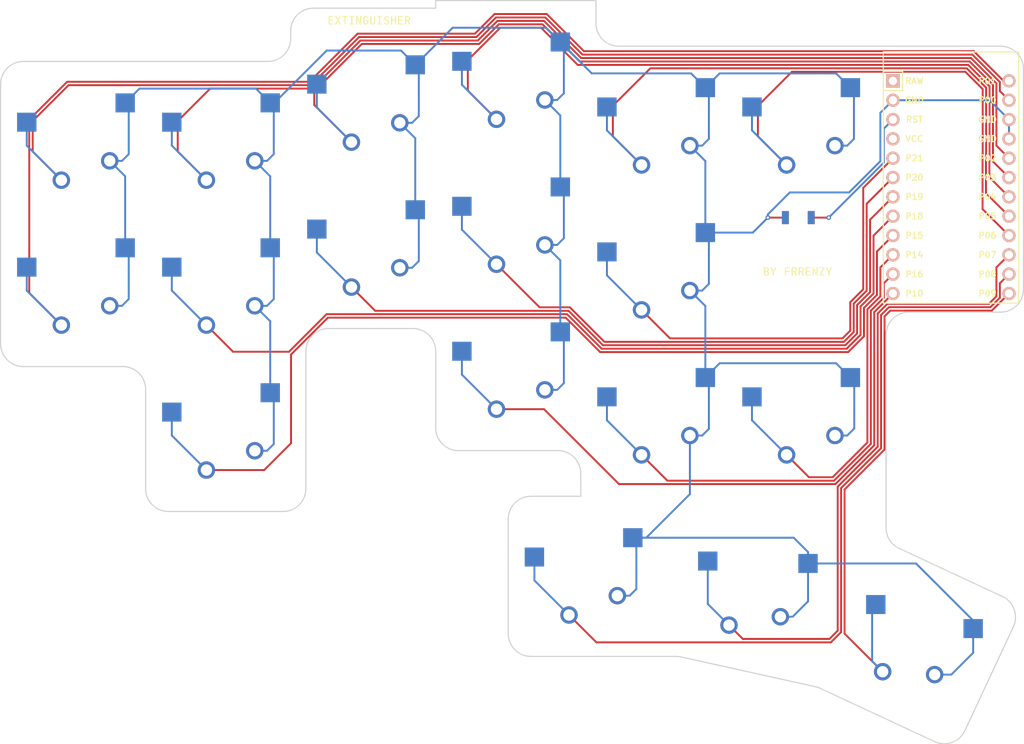
<source format=kicad_pcb>
(kicad_pcb (version 20211014) (generator pcbnew)
  (title_block (title "lol") (rev "v1.0.0") (company "Unknown"))
  (layers (0 "F.Cu" signal) (31 "B.Cu" signal) (34 "B.Paste" user) (35 "F.Paste" user) (36 "B.SilkS" user "B.Silkscreen") (37 "F.SilkS" user "F.Silkscreen") (38 "B.Mask" user) (39 "F.Mask" user) (44 "Edge.Cuts" user))
  (net 0 "")
  (net 1 "P1")
  (net 2 "GND")
  (net 3 "P0")
  (net 4 "P15")
  (net 5 "P18")
  (net 6 "P2")
  (net 7 "P19")
  (net 8 "P3")
  (net 9 "P10")
  (net 10 "P20")
  (net 11 "P4")
  (net 12 "P16")
  (net 13 "P21")
  (net 14 "P5")
  (net 15 "P14")
  (net 16 "P6")
  (net 17 "P8")
  (net 18 "P7")
  (net 19 "P9")
  (net 20 "RAW")
  (net 21 "RST")
  (net 22 "VCC")
  (footprint "MX" (layer "F.Cu") (at 38.1 0 180)
    (fp_text reference "S8" hide)
    (fp_text value "" hide)
  )
  (footprint "Button_Switch_SMD:SW_SPST_B3U-1000P" (layer "F.Cu") (at 113.3 -9.05)
    (fp_text reference "")
    (fp_text value "")
  )
  (footprint "MX" (layer "F.Cu") (at 76.2 11.05 180)
    (fp_text reference "S16" hide)
    (fp_text value "" hide)
  )
  (footprint "MX" (layer "F.Cu") (at 95.25 17.05)
    (fp_text reference "S21" hide)
    (fp_text value "" hide)
  )
  (footprint "MX" (layer "F.Cu") (at 85.725 38.1)
    (fp_text reference "S31" hide)
    (fp_text value "" hide)
  )
  (footprint "MX" (layer "F.Cu") (at 114.3 -21.05 180)
    (fp_text reference "S30" hide)
    (fp_text value "" hide)
  )
  (footprint "MX" (layer "F.Cu") (at 85.725 38.1 180)
    (fp_text reference "S32" hide)
    (fp_text value "" hide)
  )
  (footprint "MX" (layer "F.Cu") (at 95.25 -21.05)
    (fp_text reference "S25" hide)
    (fp_text value "" hide)
  )
  (footprint "MX" (layer "F.Cu") (at 38.1 0)
    (fp_text reference "S7" hide)
    (fp_text value "" hide)
  )
  (footprint "MX" (layer "F.Cu") (at 19.05 -19.05 180)
    (fp_text reference "S4" hide)
    (fp_text value "" hide)
  )
  (footprint "MX" (layer "F.Cu") (at 76.2 -8 180)
    (fp_text reference "S18" hide)
    (fp_text value "" hide)
  )
  (footprint "footprints:frrenzy" (layer "F.Cu") (at 113.25 -2)
    (fp_text reference "G***" hide)
    (fp_text value "LOGO" hide)
  )
  (footprint "MX" (layer "F.Cu") (at 107.775 40.1 -12.5)
    (fp_text reference "S33" hide)
    (fp_text value "" hide)
  )
  (footprint "MX" (layer "F.Cu") (at 95.25 -21.05 180)
    (fp_text reference "S26" hide)
    (fp_text value "" hide)
  )
  (footprint "MX" (layer "F.Cu") (at 57.15 -5 180)
    (fp_text reference "S12" hide)
    (fp_text value "" hide)
  )
  (footprint "MX" (layer "F.Cu") (at 57.15 -24.05)
    (fp_text reference "S13" hide)
    (fp_text value "" hide)
  )
  (footprint "MX" (layer "F.Cu") (at 114.3 -21.05)
    (fp_text reference "S29" hide)
    (fp_text value "" hide)
  )
  (footprint "footprints:extinguisher" (layer "F.Cu") (at 56.95 -35)
    (fp_text reference "G***" hide)
    (fp_text value "LOGO" hide)
  )
  (footprint "VIA-0.6mm" (layer "F.Cu") (at 109.3 -9.05)
    (fp_text reference "REF**" hide)
    (fp_text value "VIA-0.6mm" hide)
  )
  (footprint "MX" (layer "F.Cu") (at 114.3 17.05 180)
    (fp_text reference "S28" hide)
    (fp_text value "" hide)
  )
  (footprint "MX" (layer "F.Cu") (at 95.25 -2 180)
    (fp_text reference "S24" hide)
    (fp_text value "" hide)
  )
  (footprint "MX" (layer "F.Cu") (at 76.2 -27.05 180)
    (fp_text reference "S20" hide)
    (fp_text value "" hide)
  )
  (footprint "MX" (layer "F.Cu") (at 76.2 -27.05)
    (fp_text reference "S19" hide)
    (fp_text value "" hide)
  )
  (footprint "MX" (layer "F.Cu") (at 57.15 -5)
    (fp_text reference "S11" hide)
    (fp_text value "" hide)
  )
  (footprint "MX" (layer "F.Cu") (at 114.3 17.05)
    (fp_text reference "S27" hide)
    (fp_text value "" hide)
  )
  (footprint "MX" (layer "F.Cu") (at 95.25 -2)
    (fp_text reference "S23" hide)
    (fp_text value "" hide)
  )
  (footprint "MX" (layer "F.Cu") (at 76.2 -8)
    (fp_text reference "S17" hide)
    (fp_text value "" hide)
  )
  (footprint "MX" (layer "F.Cu") (at 38.1 19.05 180)
    (fp_text reference "S6" hide)
    (fp_text value "" hide)
  )
  (footprint "MX" (layer "F.Cu") (at 107.775 40.1 167.5)
    (fp_text reference "S34" hide)
    (fp_text value "" hide)
  )
  (footprint "MX" (layer "F.Cu") (at 76.2 11.05)
    (fp_text reference "S15" hide)
    (fp_text value "" hide)
  )
  (footprint "MX" (layer "F.Cu") (at 38.1 -19.05 180)
    (fp_text reference "S10" hide)
    (fp_text value "" hide)
  )
  (footprint "MX" (layer "F.Cu") (at 95.25 17.05 180)
    (fp_text reference "S22" hide)
    (fp_text value "" hide)
  )
  (footprint "MX" (layer "F.Cu") (at 128.825 47.1 155)
    (fp_text reference "S36" hide)
    (fp_text value "" hide)
  )
  (footprint "MX" (layer "F.Cu") (at 128.825 47.1 -25)
    (fp_text reference "S35" hide)
    (fp_text value "" hide)
  )
  (footprint "MX" (layer "F.Cu") (at 19.05 0)
    (fp_text reference "S1" hide)
    (fp_text value "" hide)
  )
  (footprint "MX" (layer "F.Cu") (at 19.05 0 180)
    (fp_text reference "S2" hide)
    (fp_text value "" hide)
  )
  (footprint "MX" (layer "F.Cu") (at 19.05 -19.05)
    (fp_text reference "S3" hide)
    (fp_text value "" hide)
  )
  (footprint "ProMicro" (layer "F.Cu") (at 133.35 -13.05 -90)
    (fp_text reference "MCU1" hide)
    (fp_text value "" hide)
  )
  (footprint "VIA-0.6mm" (layer "F.Cu") (at 117.3 -9.05)
    (fp_text reference "REF**" hide)
    (fp_text value "VIA-0.6mm" hide)
  )
  (footprint "MX" (layer "F.Cu") (at 38.1 -19.05)
    (fp_text reference "S9" hide)
    (fp_text value "" hide)
  )
  (footprint "MX" (layer "F.Cu") (at 38.1 19.05)
    (fp_text reference "S5" hide)
    (fp_text value "" hide)
  )
  (footprint "MX" (layer "F.Cu") (at 57.15 -24.05 180)
    (fp_text reference "S14" hide)
    (fp_text value "" hide)
  )
  (gr_line (start 116.180539 52.816843) (end 131.196909 59.819092) (layer "Edge.Cuts") (width 0.15))
  (gr_line (start 65.675 -37.575) (end 86.725 -37.575) (layer "Edge.Cuts") (width 0.15))
  (gr_line (start 68.675 21.575) (end 81.725 21.575) (layer "Edge.Cuts") (width 0.15))
  (gr_line (start 30.575 29.575) (end 45.625 29.575) (layer "Edge.Cuts") (width 0.15))
  (gr_arc (start 115.562003 52.606878) (mid 115.877003 52.694976) (end 116.180539 52.816843) (layer "Edge.Cuts") (width 0.15))
  (gr_line (start 86.725 -37.575) (end 86.725 -34.575) (layer "Edge.Cuts") (width 0.15))
  (gr_arc (start 46.625 -33.575) (mid 47.50368 -35.69632) (end 49.625 -36.575) (layer "Edge.Cuts") (width 0.15))
  (gr_line (start 11.525 10.525) (end 24.575 10.525) (layer "Edge.Cuts") (width 0.15))
  (gr_arc (start 24.575 10.525) (mid 26.69632 11.40368) (end 27.575 13.525) (layer "Edge.Cuts") (width 0.15))
  (gr_line (start 84.725 27.575) (end 84.725 24.575) (layer "Edge.Cuts") (width 0.15))
  (gr_arc (start 135.183688 58.368023) (mid 133.490825 59.919246) (end 131.196909 59.819092) (layer "Edge.Cuts") (width 0.15))
  (gr_arc (start 11.525 10.525) (mid 9.40368 9.64632) (end 8.525 7.525) (layer "Edge.Cuts") (width 0.15))
  (gr_arc (start 48.625 8.525) (mid 49.50368 6.40368) (end 51.625 5.525) (layer "Edge.Cuts") (width 0.15))
  (gr_arc (start 68.675 21.575) (mid 66.55368 20.69632) (end 65.675 18.575) (layer "Edge.Cuts") (width 0.15))
  (gr_line (start 11.525 -29.575) (end 43.625 -29.575) (layer "Edge.Cuts") (width 0.15))
  (gr_arc (start 142.875 0.375) (mid 141.99632 2.49632) (end 139.875 3.375) (layer "Edge.Cuts") (width 0.15))
  (gr_arc (start 48.625 26.575) (mid 47.74632 28.69632) (end 45.625 29.575) (layer "Edge.Cuts") (width 0.15))
  (gr_arc (start 8.525 -26.575) (mid 9.40368 -28.69632) (end 11.525 -29.575) (layer "Edge.Cuts") (width 0.15))
  (gr_arc (start 139.875 -31.575) (mid 141.99632 -30.69632) (end 142.875 -28.575) (layer "Edge.Cuts") (width 0.15))
  (gr_arc (start 126.557145 34.429429) (mid 125.294826 33.322405) (end 124.825 31.710506) (layer "Edge.Cuts") (width 0.15))
  (gr_line (start 27.575 26.575) (end 27.575 13.525) (layer "Edge.Cuts") (width 0.15))
  (gr_line (start 48.625 26.575) (end 48.625 8.525) (layer "Edge.Cuts") (width 0.15))
  (gr_line (start 135.183687 58.368023) (end 141.544092 44.728091) (layer "Edge.Cuts") (width 0.15))
  (gr_line (start 46.625 -32.575) (end 46.625 -33.575) (layer "Edge.Cuts") (width 0.15))
  (gr_arc (start 97.272355 48.625) (mid 97.598956 48.642831) (end 97.921674 48.696112) (layer "Edge.Cuts") (width 0.15))
  (gr_line (start 124.825 31.710506) (end 124.825 6.375) (layer "Edge.Cuts") (width 0.15))
  (gr_arc (start 124.825 6.375) (mid 125.70368 4.25368) (end 127.825 3.375) (layer "Edge.Cuts") (width 0.15))
  (gr_line (start 142.875 0.375) (end 142.875 -28.575) (layer "Edge.Cuts") (width 0.15))
  (gr_arc (start 75.2 30.575) (mid 76.07868 28.45368) (end 78.2 27.575) (layer "Edge.Cuts") (width 0.15))
  (gr_arc (start 78.2 48.625) (mid 76.07868 47.74632) (end 75.2 45.625) (layer "Edge.Cuts") (width 0.15))
  (gr_arc (start 46.625 -32.575) (mid 45.74632 -30.45368) (end 43.625 -29.575) (layer "Edge.Cuts") (width 0.15))
  (gr_line (start 65.675 18.575) (end 65.675 8.525) (layer "Edge.Cuts") (width 0.15))
  (gr_arc (start 140.093024 40.741313) (mid 141.644247 42.434176) (end 141.544092 44.728091) (layer "Edge.Cuts") (width 0.15))
  (gr_line (start 65.675 -36.575) (end 65.675 -37.575) (layer "Edge.Cuts") (width 0.15))
  (gr_arc (start 30.575 29.575) (mid 28.45368 28.69632) (end 27.575 26.575) (layer "Edge.Cuts") (width 0.15))
  (gr_arc (start 62.675 5.525) (mid 64.79632 6.40368) (end 65.675 8.525) (layer "Edge.Cuts") (width 0.15))
  (gr_line (start 75.2 45.625) (end 75.2 30.575) (layer "Edge.Cuts") (width 0.15))
  (gr_line (start 89.725 -31.575) (end 139.875 -31.575) (layer "Edge.Cuts") (width 0.15))
  (gr_line (start 51.625 5.525) (end 62.675 5.525) (layer "Edge.Cuts") (width 0.15))
  (gr_line (start 78.2 27.575) (end 84.725 27.575) (layer "Edge.Cuts") (width 0.15))
  (gr_arc (start 89.725 -31.575) (mid 87.60368 -32.45368) (end 86.725 -34.575) (layer "Edge.Cuts") (width 0.15))
  (gr_line (start 139.875 3.375) (end 127.825 3.375) (layer "Edge.Cuts") (width 0.15))
  (gr_line (start 78.2 48.625) (end 97.272355 48.625) (layer "Edge.Cuts") (width 0.15))
  (gr_line (start 49.625 -36.575) (end 65.675 -36.575) (layer "Edge.Cuts") (width 0.15))
  (gr_line (start 126.557145 34.429429) (end 140.093023 40.741313) (layer "Edge.Cuts") (width 0.15))
  (gr_line (start 97.921674 48.696112) (end 115.562002 52.606879) (layer "Edge.Cuts") (width 0.15))
  (gr_arc (start 81.725 21.575) (mid 83.84632 22.45368) (end 84.725 24.575) (layer "Edge.Cuts") (width 0.15))
  (gr_line (start 8.525 7.525) (end 8.525 -26.575) (layer "Edge.Cuts") (width 0.15))
  (segment (start 12.294099 -21.932147) (end 17.266953 -26.905001) (width 0.25) (layer "F.Cu") (net 1))
  (segment (start 85.145936 -30.9213) (end 136.3537 -30.9213) (width 0.25) (layer "F.Cu") (net 1))
  (segment (start 136.3537 -30.9213) (end 140.255 -27.02) (width 0.25) (layer "F.Cu") (net 1))
  (segment (start 70.827764 -33.225) (end 73.407765 -35.805001) (width 0.25) (layer "F.Cu") (net 1))
  (segment (start 80.262235 -35.805001) (end 85.145936 -30.9213) (width 0.25) (layer "F.Cu") (net 1))
  (segment (start 16.51 5.08) (end 12.294099 0.864099) (width 0.25) (layer "F.Cu") (net 1))
  (segment (start 55.41416 -33.225) (end 70.827764 -33.225) (width 0.25) (layer "F.Cu") (net 1))
  (segment (start 12.294099 0.864099) (end 12.294099 -21.932147) (width 0.25) (layer "F.Cu") (net 1))
  (segment (start 17.266953 -26.905001) (end 49.094161 -26.905001) (width 0.25) (layer "F.Cu") (net 1))
  (segment (start 49.094161 -26.905001) (end 55.41416 -33.225) (width 0.25) (layer "F.Cu") (net 1))
  (segment (start 73.407765 -35.805001) (end 80.262235 -35.805001) (width 0.25) (layer "F.Cu") (net 1))
  (segment (start 140.255 -27.02) (end 140.97 -27.02) (width 0.25) (layer "F.Cu") (net 1))
  (segment (start 11.965 0.535) (end 11.965 -2.54) (width 0.25) (layer "B.Cu") (net 1))
  (segment (start 16.51 5.08) (end 11.965 0.535) (width 0.25) (layer "B.Cu") (net 1))
  (segment (start 109.3 -9.05) (end 111.6 -9.05) (width 0.25) (layer "F.Cu") (net 2))
  (segment (start 101.092 -7.08) (end 107.33 -7.08) (width 0.25) (layer "B.Cu") (net 2))
  (segment (start 140.97 -21.94) (end 140.97 -19.4) (width 0.25) (layer "B.Cu") (net 2))
  (segment (start 101.092 -26.13) (end 102.967001 -28.005001) (width 0.25) (layer "B.Cu") (net 2))
  (segment (start 24.892 -5.08) (end 24.892 -14.478) (width 0.25) (layer "B.Cu") (net 2))
  (segment (start 62.992 -29.13) (end 63.03 -29.13) (width 0.25) (layer "B.Cu") (net 2))
  (segment (start 24.892 -24.13) (end 26.767001 -26.005001) (width 0.25) (layer "B.Cu") (net 2))
  (segment (start 101.092 2.572) (end 99.06 0.54) (width 0.25) (layer "B.Cu") (net 2))
  (segment (start 81.626446 13.59) (end 82.505901 12.710545) (width 0.25) (layer "B.Cu") (net 2))
  (segment (start 44.405901 -23.666099) (end 43.942 -24.13) (width 0.25) (layer "B.Cu") (net 2))
  (segment (start 60.96 -21.51) (end 62.576446 -21.51) (width 0.25) (layer "B.Cu") (net 2))
  (segment (start 118.266999 -28.005001) (end 120.142 -26.13) (width 0.25) (layer "B.Cu") (net 2))
  (segment (start 22.86 2.54) (end 24.476446 2.54) (width 0.25) (layer "B.Cu") (net 2))
  (segment (start 82.505901 12.710545) (end 82.505901 6.433901) (width 0.25) (layer "B.Cu") (net 2))
  (segment (start 92.030901 33.483901) (end 91.567 33.02) (width 0.25) (layer "B.Cu") (net 2))
  (segment (start 62.576446 -21.51) (end 63.455901 -22.389455) (width 0.25) (layer "B.Cu") (net 2))
  (segment (start 41.91 21.59) (end 43.526446 21.59) (width 0.25) (layer "B.Cu") (net 2))
  (segment (start 110.944931 43.404427) (end 112.561377 43.404427) (width 0.25) (layer "B.Cu") (net 2))
  (segment (start 81.626446 -24.51) (end 82.505901 -25.389455) (width 0.25) (layer "B.Cu") (net 2))
  (segment (start 43.526446 -16.51) (end 44.405901 -17.389455) (width 0.25) (layer "B.Cu") (net 2))
  (segment (start 136.266551 48.14308) (end 136.266551 44.964892) (width 0.25) (layer "B.Cu") (net 2))
  (segment (start 24.476446 -16.51) (end 25.355901 -17.389455) (width 0.25) (layer "B.Cu") (net 2))
  (segment (start 43.526446 21.59) (end 44.405901 20.710545) (width 0.25) (layer "B.Cu") (net 2))
  (segment (start 107.33 -7.08) (end 109.3 -9.05) (width 0.25) (layer "B.Cu") (net 2))
  (segment (start 82.042 5.97) (end 82.042 -3.428) (width 0.25) (layer "B.Cu") (net 2))
  (segment (start 24.476446 2.54) (end 25.355901 1.660545) (width 0.25) (layer "B.Cu") (net 2))
  (segment (start 100.676446 0.54) (end 101.555901 -0.339455) (width 0.25) (layer "B.Cu") (net 2))
  (segment (start 41.91 2.54) (end 43.526446 2.54) (width 0.25) (layer "B.Cu") (net 2))
  (segment (start 91.567 33.02) (end 112.693178 33.02) (width 0.25) (layer "B.Cu") (net 2))
  (segment (start 82.505901 -31.666099) (end 82.042 -32.13) (width 0.25) (layer "B.Cu") (net 2))
  (segment (start 109.3 -9.05) (end 109.3 -9.474264) (width 0.25) (layer "B.Cu") (net 2))
  (segment (start 91.567 33.02) (end 93.33 33.02) (width 0.25) (layer "B.Cu") (net 2))
  (segment (start 99.216999 -28.005001) (end 101.092 -26.13) (width 0.25) (layer "B.Cu") (net 2))
  (segment (start 44.405901 -17.389455) (end 44.405901 -23.666099) (width 0.25) (layer "B.Cu") (net 2))
  (segment (start 125.73 -24.48) (end 138.43 -24.48) (width 0.25) (layer "B.Cu") (net 2))
  (segment (start 101.092 11.97) (end 101.092 2.572) (width 0.25) (layer "B.Cu") (net 2))
  (segment (start 60.96 -2.46) (end 62.576446 -2.46) (width 0.25) (layer "B.Cu") (net 2))
  (segment (start 119.726446 -18.51) (end 120.605901 -19.389455) (width 0.25) (layer "B.Cu") (net 2))
  (segment (start 63.455901 -28.666099) (end 62.992 -29.13) (width 0.25) (layer "B.Cu") (net 2))
  (segment (start 89.535 40.64) (end 91.151446 40.64) (width 0.25) (layer "B.Cu") (net 2))
  (segment (start 119.726446 19.59) (end 120.65 18.666446) (width 0.25) (layer "B.Cu") (net 2))
  (segment (start 82.042 -32.13) (end 86.166999 -28.005001) (width 0.25) (layer "B.Cu") (net 2))
  (segment (start 80.01 13.59) (end 81.626446 13.59) (width 0.25) (layer "B.Cu") (net 2))
  (segment (start 92.030901 39.760545) (end 92.030901 33.483901) (width 0.25) (layer "B.Cu") (net 2))
  (segment (start 86.166999 -28.005001) (end 99.216999 -28.005001) (width 0.25) (layer "B.Cu") (net 2))
  (segment (start 44.405901 20.710545) (end 44.405901 14.433901) (width 0.25) (layer "B.Cu") (net 2))
  (segment (start 102.967001 10.094999) (end 118.266999 10.094999) (width 0.25) (layer "B.Cu") (net 2))
  (segment (start 99.06 0.54) (end 100.676446 0.54) (width 0.25) (layer "B.Cu") (net 2))
  (segment (start 102.967001 -28.005001) (end 118.266999 -28.005001) (width 0.25) (layer "B.Cu") (net 2))
  (segment (start 100.676446 19.59) (end 101.555901 18.710545) (width 0.25) (layer "B.Cu") (net 2))
  (segment (start 118.11 -18.51) (end 119.726446 -18.51) (width 0.25) (layer "B.Cu") (net 2))
  (segment (start 114.578035 41.387769) (end 114.578035 36.404857) (width 0.25) (layer "B.Cu") (net 2))
  (segment (start 99.06 19.59) (end 100.676446 19.59) (width 0.25) (layer "B.Cu") (net 2))
  (segment (start 120.65 12.478) (end 120.142 11.97) (width 0.25) (layer "B.Cu") (net 2))
  (segment (start 80.01 -24.51) (end 81.626446 -24.51) (width 0.25) (layer "B.Cu") (net 2))
  (segment (start 80.166999 -34.005001) (end 82.042 -32.13) (width 0.25) (layer "B.Cu") (net 2))
  (segment (start 101.092 11.97) (end 102.967001 10.094999) (width 0.25) (layer "B.Cu") (net 2))
  (segment (start 80.01 -5.46) (end 81.626446 -5.46) (width 0.25) (layer "B.Cu") (net 2))
  (segment (start 63.455901 -9.616099) (end 62.992 -10.08) (width 0.25) (layer "B.Cu") (net 2))
  (segment (start 82.505901 -12.616099) (end 82.042 -13.08) (width 0.25) (layer "B.Cu") (net 2))
  (segment (start 82.505901 -25.389455) (end 82.505901 -31.666099) (width 0.25) (layer "B.Cu") (net 2))
  (segment (start 101.555901 -19.389455) (end 101.555901 -25.666099) (width 0.25) (layer "B.Cu") (net 2))
  (segment (start 114.578035 36.404857) (end 128.761025 36.404857) (width 0.25) (layer "B.Cu") (net 2))
  (segment (start 101.555901 -6.616099) (end 101.092 -7.08) (width 0.25) (layer "B.Cu") (net 2))
  (segment (start 24.892 -14.478) (end 22.86 -16.51) (width 0.25) (layer "B.Cu") (net 2))
  (segment (start 82.042 -22.478) (end 80.01 -24.51) (width 0.25) (layer "B.Cu") (net 2))
  (segment (start 119.969302 -12.355698) (end 124.0787 -16.465096) (width 0.25) (layer "B.Cu") (net 2))
  (segment (start 133.397434 51.012197) (end 136.266551 48.14308) (width 0.25) (layer "B.Cu") (net 2))
  (segment (start 62.992 -10.08) (end 62.992 -19.478) (width 0.25) (layer "B.Cu") (net 2))
  (segment (start 82.505901 -6.339455) (end 82.505901 -12.616099) (width 0.25) (layer "B.Cu") (net 2))
  (segment (start 118.266999 10.094999) (end 120.142 11.97) (width 0.25) (layer "B.Cu") (net 2))
  (segment (start 42.066999 -26.005001) (end 43.942 -24.13) (width 0.25) (layer "B.Cu") (net 2))
  (segment (start 114.578035 34.904857) (end 114.578035 36.404857) (width 0.25) (layer "B.Cu") (net 2))
  (segment (start 82.505901 6.433901) (end 82.042 5.97) (width 0.25) (layer "B.Cu") (net 2))
  (segment (start 63.455901 -22.389455) (end 63.455901 -28.666099) (width 0.25) (layer "B.Cu") (net 2))
  (segment (start 26.767001 -26.005001) (end 42.066999 -26.005001) (width 0.25) (layer "B.Cu") (net 2))
  (segment (start 82.042 -3.428) (end 80.01 -5.46) (width 0.25) (layer "B.Cu") (net 2))
  (segment (start 124.0787 -22.8287) (end 125.73 -24.48) (width 0.25) (layer "B.Cu") (net 2))
  (segment (start 61.116999 -31.005001) (end 62.992 -29.13) (width 0.25) (layer "B.Cu") (net 2))
  (segment (start 100.676446 -18.51) (end 101.555901 -19.389455) (width 0.25) (layer "B.Cu") (net 2))
  (segment (start 43.526446 2.54) (end 44.405901 1.660545) (width 0.25) (layer "B.Cu") (net 2))
  (segment (start 22.86 -16.51) (end 24.476446 -16.51) (width 0.25) (layer "B.Cu") (net 2))
  (segment (start 120.65 18.666446) (end 120.65 12.478) (width 0.25) (layer "B.Cu") (net 2))
  (segment (start 44.48 -24.13) (end 51.355001 -31.005001) (width 0.25) (layer "B.Cu") (net 2))
  (segment (start 124.0787 -16.465096) (end 124.0787 -22.8287) (width 0.25) (layer "B.Cu") (net 2))
  (segment (start 131.204582 51.012197) (end 133.397434 51.012197) (width 0.25) (layer "B.Cu") (net 2))
  (segment (start 25.355901 -23.666099) (end 24.892 -24.13) (width 0.25) (layer "B.Cu") (net 2))
  (segment (start 101.092 -16.478) (end 99.06 -18.51) (width 0.25) (layer "B.Cu") (net 2))
  (segment (start 25.355901 -4.616099) (end 24.892 -5.08) (width 0.25) (layer "B.Cu") (net 2))
  (segment (start 109.3 -9.474264) (end 112.181434 -12.355698) (width 0.25) (layer "B.Cu") (net 2))
  (segment (start 63.03 -29.13) (end 67.905001 -34.005001) (width 0.25) (layer "B.Cu") (net 2))
  (segment (start 93.33 33.02) (end 99.06 27.29) (width 0.25) (layer "B.Cu") (net 2))
  (segment (start 44.405901 1.660545) (end 44.405901 -4.616099) (width 0.25) (layer "B.Cu") (net 2))
  (segment (start 101.555901 -0.339455) (end 101.555901 -6.616099) (width 0.25) (layer "B.Cu") (net 2))
  (segment (start 41.91 -16.51) (end 43.526446 -16.51) (width 0.25) (layer "B.Cu") (net 2))
  (segment (start 120.605901 -19.389455) (end 120.605901 -25.666099) (width 0.25) (layer "B.Cu") (net 2))
  (segment (start 81.626446 -5.46) (end 82.505901 -6.339455) (width 0.25) (layer "B.Cu") (net 2))
  (segment (start 91.151446 40.64) (end 92.030901 39.760545) (width 0.25) (layer "B.Cu") (net 2))
  (segment (start 118.11 19.59) (end 119.726446 19.59) (width 0.25) (layer "B.Cu") (net 2))
  (segment (start 25.355901 -17.389455) (end 25.355901 -23.666099) (width 0.25) (layer "B.Cu") (net 2))
  (segment (start 43.942 4.572) (end 41.91 2.54) (width 0.25) (layer "B.Cu") (net 2))
  (segment (start 101.092 -7.08) (end 101.092 -16.478) (width 0.25) (layer "B.Cu") (net 2))
  (segment (start 112.693178 33.02) (end 114.578035 34.904857) (width 0.25) (layer "B.Cu") (net 2))
  (segment (start 112.181434 -12.355698) (end 119.969302 -12.355698) (width 0.25) (layer "B.Cu") (net 2))
  (segment (start 128.761025 36.404857) (end 136.266551 43.910383) (width 0.25) (layer "B.Cu") (net 2))
  (segment (start 43.942 -24.13) (end 44.48 -24.13) (width 0.25) (layer "B.Cu") (net 2))
  (segment (start 99.06 27.29) (end 99.06 19.59) (width 0.25) (layer "B.Cu") (net 2))
  (segment (start 99.06 -18.51) (end 100.676446 -18.51) (width 0.25) (layer "B.Cu") (net 2))
  (segment (start 44.405901 -4.616099) (end 43.942 -5.08) (width 0.25) (layer "B.Cu") (net 2))
  (segment (start 101.555901 -25.666099) (end 101.092 -26.13) (width 0.25) (layer "B.Cu") (net 2))
  (segment (start 43.942 -14.478) (end 41.91 -16.51) (width 0.25) (layer "B.Cu") (net 2))
  (segment (start 43.942 13.97) (end 43.942 4.572) (width 0.25) (layer "B.Cu") (net 2))
  (segment (start 138.43 -24.48) (end 140.97 -21.94) (width 0.25) (layer "B.Cu") (net 2))
  (segment (start 120.605901 -25.666099) (end 120.142 -26.13) (width 0.25) (layer "B.Cu") (net 2))
  (segment (start 43.942 -5.08) (end 43.942 -14.478) (width 0.25) (layer "B.Cu") (net 2))
  (segment (start 120.142 -26.13) (end 121.245 -26.13) (width 0.25) (layer "B.Cu") (net 2))
  (segment (start 82.042 -13.08) (end 82.042 -22.478) (width 0.25) (layer "B.Cu") (net 2))
  (segment (start 101.555901 18.710545) (end 101.555901 12.433901) (width 0.25) (layer "B.Cu") (net 2))
  (segment (start 112.561377 43.404427) (end 114.578035 41.387769) (width 0.25) (layer "B.Cu") (net 2))
  (segment (start 136.266551 43.910383) (end 136.266551 44.964892) (width 0.25) (layer "B.Cu") (net 2))
  (segment (start 44.405901 14.433901) (end 43.942 13.97) (width 0.25) (layer "B.Cu") (net 2))
  (segment (start 25.355901 1.660545) (end 25.355901 -4.616099) (width 0.25) (layer "B.Cu") (net 2))
  (segment (start 67.905001 -34.005001) (end 80.166999 -34.005001) (width 0.25) (layer "B.Cu") (net 2))
  (segment (start 62.992 -19.478) (end 60.96 -21.51) (width 0.25) (layer "B.Cu") (net 2))
  (segment (start 101.555901 12.433901) (end 101.092 11.97) (width 0.25) (layer "B.Cu") (net 2))
  (segment (start 51.355001 -31.005001) (end 61.116999 -31.005001) (width 0.25) (layer "B.Cu") (net 2))
  (segment (start 62.576446 -2.46) (end 63.455901 -3.339455) (width 0.25) (layer "B.Cu") (net 2))
  (segment (start 63.455901 -3.339455) (end 63.455901 -9.616099) (width 0.25) (layer "B.Cu") (net 2))
  (segment (start 49.280557 -26.455001) (end 17.453349 -26.455001) (width 0.25) (layer "F.Cu") (net 3))
  (segment (start 55.600556 -32.775) (end 49.280557 -26.455001) (width 0.25) (layer "F.Cu") (net 3))
  (segment (start 12.744099 -21.745751) (end 12.744099 -17.735901) (width 0.25) (layer "F.Cu") (net 3))
  (segment (start 136.167304 -30.4713) (end 84.95954 -30.4713) (width 0.25) (layer "F.Cu") (net 3))
  (segment (start 139.7687 -25.6813) (end 139.7687 -26.869904) (width 0.25) (layer "F.Cu") (net 3))
  (segment (start 71.01416 -32.775) (end 55.600556 -32.775) (width 0.25) (layer "F.Cu") (net 3))
  (segment (start 12.744099 -17.735901) (end 16.51 -13.97) (width 0.25) (layer "F.Cu") (net 3))
  (segment (start 140.97 -24.48) (end 139.7687 -25.6813) (width 0.25) (layer "F.Cu") (net 3))
  (segment (start 84.95954 -30.4713) (end 80.075839 -35.355001) (width 0.25) (layer "F.Cu") (net 3))
  (segment (start 73.594161 -35.355001) (end 71.01416 -32.775) (width 0.25) (layer "F.Cu") (net 3))
  (segment (start 80.075839 -35.355001) (end 73.594161 -35.355001) (width 0.25) (layer "F.Cu") (net 3))
  (segment (start 17.453349 -26.455001) (end 12.744099 -21.745751) (width 0.25) (layer "F.Cu") (net 3))
  (segment (start 139.7687 -26.869904) (end 136.167304 -30.4713) (width 0.25) (layer "F.Cu") (net 3))
  (segment (start 11.965 -18.515) (end 11.965 -21.59) (width 0.25) (layer "B.Cu") (net 3))
  (segment (start 16.51 -13.97) (end 11.965 -18.515) (width 0.25) (layer "B.Cu") (net 3))
  (segment (start 121.925 2.815812) (end 123.6287 1.112112) (width 0.25) (layer "F.Cu") (net 4))
  (segment (start 51.525783 4.094999) (end 82.744999 4.094999) (width 0.25) (layer "F.Cu") (net 4))
  (segment (start 121.925 6.547792) (end 121.925 2.815812) (width 0.25) (layer "F.Cu") (net 4))
  (segment (start 82.744999 4.094999) (end 87.275 8.625) (width 0.25) (layer "F.Cu") (net 4))
  (segment (start 46.675 20.6) (end 46.675 8.945782) (width 0.25) (layer "F.Cu") (net 4))
  (segment (start 123.6287 -4.5987) (end 125.73 -6.7) (width 0.25) (layer "F.Cu") (net 4))
  (segment (start 87.275 8.625) (end 119.847792 8.625) (width 0.25) (layer "F.Cu") (net 4))
  (segment (start 123.6287 1.112112) (end 123.6287 -4.5987) (width 0.25) (layer "F.Cu") (net 4))
  (segment (start 43.145 24.13) (end 46.675 20.6) (width 0.25) (layer "F.Cu") (net 4))
  (segment (start 119.847792 8.625) (end 121.925 6.547792) (width 0.25) (layer "F.Cu") (net 4))
  (segment (start 46.675 8.945782) (end 51.525783 4.094999) (width 0.25) (layer "F.Cu") (net 4))
  (segment (start 35.56 24.13) (end 43.145 24.13) (width 0.25) (layer "F.Cu") (net 4))
  (segment (start 31.015 19.585) (end 31.015 16.51) (width 0.25) (layer "B.Cu") (net 4))
  (segment (start 35.56 24.13) (end 31.015 19.585) (width 0.25) (layer "B.Cu") (net 4))
  (segment (start 123.1787 0.925716) (end 123.1787 -6.6887) (width 0.25) (layer "F.Cu") (net 5))
  (segment (start 119.661396 8.175) (end 121.475 6.361396) (width 0.25) (layer "F.Cu") (net 5))
  (segment (start 51.339387 3.644999) (end 82.931395 3.644999) (width 0.25) (layer "F.Cu") (net 5))
  (segment (start 82.931395 3.644999) (end 87.461396 8.175) (width 0.25) (layer "F.Cu") (net 5))
  (segment (start 46.409386 8.575) (end 51.339387 3.644999) (width 0.25) (layer "F.Cu") (net 5))
  (segment (start 121.475 6.361396) (end 121.475 2.629416) (width 0.25) (layer "F.Cu") (net 5))
  (segment (start 123.1787 -6.6887) (end 125.73 -9.24) (width 0.25) (layer "F.Cu") (net 5))
  (segment (start 35.56 5.08) (end 39.055 8.575) (width 0.25) (layer "F.Cu") (net 5))
  (segment (start 87.461396 8.175) (end 119.661396 8.175) (width 0.25) (layer "F.Cu") (net 5))
  (segment (start 39.055 8.575) (end 46.409386 8.575) (width 0.25) (layer "F.Cu") (net 5))
  (segment (start 121.475 2.629416) (end 123.1787 0.925716) (width 0.25) (layer "F.Cu") (net 5))
  (segment (start 35.56 5.08) (end 31.015 0.535) (width 0.25) (layer "B.Cu") (net 5))
  (segment (start 31.015 0.535) (end 31.015 -2.54) (width 0.25) (layer "B.Cu") (net 5))
  (segment (start 31.794099 -17.735901) (end 31.794099 -21.745751) (width 0.25) (layer "F.Cu") (net 6))
  (segment (start 49.466953 -26.005001) (end 55.786952 -32.325) (width 0.25) (layer "F.Cu") (net 6))
  (segment (start 79.889443 -34.905001) (end 84.773144 -30.0213) (width 0.25) (layer "F.Cu") (net 6))
  (segment (start 36.053349 -26.005001) (end 49.466953 -26.005001) (width 0.25) (layer "F.Cu") (net 6))
  (segment (start 139.3187 -18.5113) (end 140.97 -16.86) (width 0.25) (layer "F.Cu") (net 6))
  (segment (start 55.786952 -32.325) (end 71.200556 -32.325) (width 0.25) (layer "F.Cu") (net 6))
  (segment (start 84.773144 -30.0213) (end 135.980908 -30.0213) (width 0.25) (layer "F.Cu") (net 6))
  (segment (start 73.780557 -34.905001) (end 79.889443 -34.905001) (width 0.25) (layer "F.Cu") (net 6))
  (segment (start 35.56 -13.97) (end 31.794099 -17.735901) (width 0.25) (layer "F.Cu") (net 6))
  (segment (start 71.200556 -32.325) (end 73.780557 -34.905001) (width 0.25) (layer "F.Cu") (net 6))
  (segment (start 139.3187 -26.683508) (end 139.3187 -18.5113) (width 0.25) (layer "F.Cu") (net 6))
  (segment (start 31.794099 -21.745751) (end 36.053349 -26.005001) (width 0.25) (layer "F.Cu") (net 6))
  (segment (start 135.980908 -30.0213) (end 139.3187 -26.683508) (width 0.25) (layer "F.Cu") (net 6))
  (segment (start 35.56 -13.97) (end 31.015 -18.515) (width 0.25) (layer "B.Cu") (net 6))
  (segment (start 31.015 -18.515) (end 31.015 -21.59) (width 0.25) (layer "B.Cu") (net 6))
  (segment (start 87.647792 7.725) (end 119.475 7.725) (width 0.25) (layer "F.Cu") (net 7))
  (segment (start 122.7287 0.73932) (end 122.7287 -8.7787) (width 0.25) (layer "F.Cu") (net 7))
  (segment (start 119.475 7.725) (end 121.025 6.175) (width 0.25) (layer "F.Cu") (net 7))
  (segment (start 83.117791 3.194999) (end 87.647792 7.725) (width 0.25) (layer "F.Cu") (net 7))
  (segment (start 121.025 6.175) (end 121.025 2.44302) (width 0.25) (layer "F.Cu") (net 7))
  (segment (start 122.7287 -8.7787) (end 125.73 -11.78) (width 0.25) (layer "F.Cu") (net 7))
  (segment (start 121.025 2.44302) (end 122.7287 0.73932) (width 0.25) (layer "F.Cu") (net 7))
  (segment (start 57.724999 3.194999) (end 83.117791 3.194999) (width 0.25) (layer "F.Cu") (net 7))
  (segment (start 54.61 0.08) (end 57.724999 3.194999) (width 0.25) (layer "F.Cu") (net 7))
  (segment (start 54.61 0.08) (end 50.065 -4.465) (width 0.25) (layer "B.Cu") (net 7))
  (segment (start 50.065 -4.465) (end 50.065 -7.54) (width 0.25) (layer "B.Cu") (net 7))
  (segment (start 49.725 -25.626652) (end 55.973348 -31.875) (width 0.25) (layer "F.Cu") (net 8))
  (segment (start 73.966953 -34.455001) (end 79.703047 -34.455001) (width 0.25) (layer "F.Cu") (net 8))
  (segment (start 138.8687 -26.497112) (end 138.8687 -16.8437) (width 0.25) (layer "F.Cu") (net 8))
  (segment (start 71.386952 -31.875) (end 73.966953 -34.455001) (width 0.25) (layer "F.Cu") (net 8))
  (segment (start 54.61 -18.97) (end 49.725 -23.855) (width 0.25) (layer "F.Cu") (net 8))
  (segment (start 138.8687 -16.8437) (end 138.85 -16.825) (width 0.25) (layer "F.Cu") (net 8))
  (segment (start 79.703047 -34.455001) (end 84.586748 -29.5713) (width 0.25) (layer "F.Cu") (net 8))
  (segment (start 138.85 -16.44) (end 140.97 -14.32) (width 0.25) (layer "F.Cu") (net 8))
  (segment (start 55.973348 -31.875) (end 71.386952 -31.875) (width 0.25) (layer "F.Cu") (net 8))
  (segment (start 135.794512 -29.5713) (end 138.8687 -26.497112) (width 0.25) (layer "F.Cu") (net 8))
  (segment (start 84.586748 -29.5713) (end 135.794512 -29.5713) (width 0.25) (layer "F.Cu") (net 8))
  (segment (start 138.85 -16.825) (end 138.85 -16.44) (width 0.25) (layer "F.Cu") (net 8))
  (segment (start 49.725 -23.855) (end 49.725 -25.626652) (width 0.25) (layer "F.Cu") (net 8))
  (segment (start 50.065 -23.515) (end 50.065 -26.59) (width 0.25) (layer "B.Cu") (net 8))
  (segment (start 54.61 -18.97) (end 50.065 -23.515) (width 0.25) (layer "B.Cu") (net 8))
  (segment (start 123.275 20.875) (end 123.275 3.375) (width 0.25) (layer "F.Cu") (net 9))
  (segment (start 118.175 25.975) (end 123.275 20.875) (width 0.25) (layer "F.Cu") (net 9))
  (segment (start 89.75 25.975) (end 118.175 25.975) (width 0.25) (layer "F.Cu") (net 9))
  (segment (start 79.905 16.13) (end 89.75 25.975) (width 0.25) (layer "F.Cu") (net 9))
  (segment (start 123.275 3.375) (end 125.73 0.92) (width 0.25) (layer "F.Cu") (net 9))
  (segment (start 73.66 16.13) (end 79.905 16.13) (width 0.25) (layer "F.Cu") (net 9))
  (segment (start 73.66 16.13) (end 69.115 11.585) (width 0.25) (layer "B.Cu") (net 9))
  (segment (start 69.115 11.585) (end 69.115 8.51) (width 0.25) (layer "B.Cu") (net 9))
  (segment (start 122.2787 0.552924) (end 122.2787 -10.8687) (width 0.25) (layer "F.Cu") (net 10))
  (segment (start 87.834188 7.275) (end 119.288604 7.275) (width 0.25) (layer "F.Cu") (net 10))
  (segment (start 79.324999 2.744999) (end 83.304187 2.744999) (width 0.25) (layer "F.Cu") (net 10))
  (segment (start 83.304187 2.744999) (end 87.834188 7.275) (width 0.25) (layer "F.Cu") (net 10))
  (segment (start 120.575 5.988604) (end 120.575 2.256624) (width 0.25) (layer "F.Cu") (net 10))
  (segment (start 119.288604 7.275) (end 120.575 5.988604) (width 0.25) (layer "F.Cu") (net 10))
  (segment (start 122.2787 -10.8687) (end 125.73 -14.32) (width 0.25) (layer "F.Cu") (net 10))
  (segment (start 73.66 -2.92) (end 79.324999 2.744999) (width 0.25) (layer "F.Cu") (net 10))
  (segment (start 120.575 2.256624) (end 122.2787 0.552924) (width 0.25) (layer "F.Cu") (net 10))
  (segment (start 69.115 -7.465) (end 69.115 -10.54) (width 0.25) (layer "B.Cu") (net 10))
  (segment (start 73.66 -2.92) (end 69.115 -7.465) (width 0.25) (layer "B.Cu") (net 10))
  (segment (start 84.3287 -29.1213) (end 135.608116 -29.1213) (width 0.25) (layer "F.Cu") (net 11))
  (segment (start 81.95 -31.571652) (end 81.95 -31.5) (width 0.25) (layer "F.Cu") (net 11))
  (segment (start 71.615001 -31.465001) (end 74.155001 -34.005001) (width 0.25) (layer "F.Cu") (net 11))
  (segment (start 138.4187 -17.030096) (end 138.4 -17.011396) (width 0.25) (layer "F.Cu") (net 11))
  (segment (start 135.608116 -29.1213) (end 138.4187 -26.310716) (width 0.25) (layer "F.Cu") (net 11))
  (segment (start 138.4 -17.011396) (end 138.4 -14.35) (width 0.25) (layer "F.Cu") (net 11))
  (segment (start 69.894099 -29.745751) (end 71.613349 -31.465001) (width 0.25) (layer "F.Cu") (net 11))
  (segment (start 138.4 -14.35) (end 140.97 -11.78) (width 0.25) (layer "F.Cu") (net 11))
  (segment (start 74.155001 -34.005001) (end 79.516651 -34.005001) (width 0.25) (layer "F.Cu") (net 11))
  (segment (start 79.516651 -34.005001) (end 81.95 -31.571652) (width 0.25) (layer "F.Cu") (net 11))
  (segment (start 69.894099 -25.735901) (end 69.894099 -29.745751) (width 0.25) (layer "F.Cu") (net 11))
  (segment (start 81.95 -31.5) (end 84.3287 -29.1213) (width 0.25) (layer "F.Cu") (net 11))
  (segment (start 138.4187 -26.310716) (end 138.4187 -17.030096) (width 0.25) (layer "F.Cu") (net 11))
  (segment (start 73.66 -21.97) (end 69.894099 -25.735901) (width 0.25) (layer "F.Cu") (net 11))
  (segment (start 71.613349 -31.465001) (end 71.615001 -31.465001) (width 0.25) (layer "F.Cu") (net 11))
  (segment (start 69.115 -26.515) (end 69.115 -29.59) (width 0.25) (layer "B.Cu") (net 11))
  (segment (start 73.66 -21.97) (end 69.115 -26.515) (width 0.25) (layer "B.Cu") (net 11))
  (segment (start 96.105 25.525) (end 117.988604 25.525) (width 0.25) (layer "F.Cu") (net 12))
  (segment (start 122.825 3.188604) (end 124.5287 1.484904) (width 0.25) (layer "F.Cu") (net 12))
  (segment (start 122.825 20.688604) (end 122.825 3.188604) (width 0.25) (layer "F.Cu") (net 12))
  (segment (start 117.988604 25.525) (end 122.825 20.688604) (width 0.25) (layer "F.Cu") (net 12))
  (segment (start 124.5287 -0.4187) (end 125.73 -1.62) (width 0.25) (layer "F.Cu") (net 12))
  (segment (start 124.5287 1.484904) (end 124.5287 -0.4187) (width 0.25) (layer "F.Cu") (net 12))
  (segment (start 92.71 22.13) (end 96.105 25.525) (width 0.25) (layer "F.Cu") (net 12))
  (segment (start 92.71 22.13) (end 88.165 17.585) (width 0.25) (layer "B.Cu") (net 12))
  (segment (start 88.165 17.585) (end 88.165 14.51) (width 0.25) (layer "B.Cu") (net 12))
  (segment (start 121.8287 -12.9587) (end 125.73 -16.86) (width 0.25) (layer "F.Cu") (net 13))
  (segment (start 119.102208 6.825) (end 120.125 5.802208) (width 0.25) (layer "F.Cu") (net 13))
  (segment (start 92.71 3.08) (end 96.455 6.825) (width 0.25) (layer "F.Cu") (net 13))
  (segment (start 121.8287 0.366528) (end 121.8287 -12.9587) (width 0.25) (layer "F.Cu") (net 13))
  (segment (start 120.125 5.802208) (end 120.125 2.070228) (width 0.25) (layer "F.Cu") (net 13))
  (segment (start 120.125 2.070228) (end 121.8287 0.366528) (width 0.25) (layer "F.Cu") (net 13))
  (segment (start 96.455 6.825) (end 119.102208 6.825) (width 0.25) (layer "F.Cu") (net 13))
  (segment (start 92.71 3.08) (end 88.165 -1.465) (width 0.25) (layer "B.Cu") (net 13))
  (segment (start 88.165 -1.465) (end 88.165 -4.54) (width 0.25) (layer "B.Cu") (net 13))
  (segment (start 135.42172 -28.6713) (end 137.9687 -26.12432) (width 0.25) (layer "F.Cu") (net 14))
  (segment (start 137.95 -12.26) (end 140.97 -9.24) (width 0.25) (layer "F.Cu") (net 14))
  (segment (start 137.9687 -17.216492) (end 137.95 -17.197792) (width 0.25) (layer "F.Cu") (net 14))
  (segment (start 92.71 -15.97) (end 88.944099 -19.735901) (width 0.25) (layer "F.Cu") (net 14))
  (segment (start 88.944099 -23.745751) (end 93.869648 -28.6713) (width 0.25) (layer "F.Cu") (net 14))
  (segment (start 93.869648 -28.6713) (end 135.42172 -28.6713) (width 0.25) (layer "F.Cu") (net 14))
  (segment (start 88.944099 -19.735901) (end 88.944099 -23.745751) (width 0.25) (layer "F.Cu") (net 14))
  (segment (start 137.9687 -26.12432) (end 137.9687 -17.216492) (width 0.25) (layer "F.Cu") (net 14))
  (segment (start 137.95 -17.197792) (end 137.95 -12.26) (width 0.25) (layer "F.Cu") (net 14))
  (segment (start 88.165 -20.515) (end 88.165 -23.59) (width 0.25) (layer "B.Cu") (net 14))
  (segment (start 92.71 -15.97) (end 88.165 -20.515) (width 0.25) (layer "B.Cu") (net 14))
  (segment (start 114.705 25.075) (end 117.802208 25.075) (width 0.25) (layer "F.Cu") (net 15))
  (segment (start 122.375 20.502208) (end 122.375 3.002208) (width 0.25) (layer "F.Cu") (net 15))
  (segment (start 111.76 22.13) (end 114.705 25.075) (width 0.25) (layer "F.Cu") (net 15))
  (segment (start 117.802208 25.075) (end 122.375 20.502208) (width 0.25) (layer "F.Cu") (net 15))
  (segment (start 122.375 3.002208) (end 124.0787 1.298508) (width 0.25) (layer "F.Cu") (net 15))
  (segment (start 124.0787 1.298508) (end 124.0787 -2.5087) (width 0.25) (layer "F.Cu") (net 15))
  (segment (start 124.0787 -2.5087) (end 125.73 -4.16) (width 0.25) (layer "F.Cu") (net 15))
  (segment (start 107.215 17.585) (end 107.215 14.51) (width 0.25) (layer "B.Cu") (net 15))
  (segment (start 111.76 22.13) (end 107.215 17.585) (width 0.25) (layer "B.Cu") (net 15))
  (segment (start 137.5 -17.384188) (end 137.5 -10.17) (width 0.25) (layer "F.Cu") (net 16))
  (segment (start 107.994099 -23.745751) (end 112.469648 -28.2213) (width 0.25) (layer "F.Cu") (net 16))
  (segment (start 135.235324 -28.2213) (end 137.5187 -25.937924) (width 0.25) (layer "F.Cu") (net 16))
  (segment (start 111.76 -15.97) (end 107.994099 -19.735901) (width 0.25) (layer "F.Cu") (net 16))
  (segment (start 137.5187 -17.402888) (end 137.5 -17.384188) (width 0.25) (layer "F.Cu") (net 16))
  (segment (start 137.5187 -25.937924) (end 137.5187 -17.402888) (width 0.25) (layer "F.Cu") (net 16))
  (segment (start 112.469648 -28.2213) (end 135.235324 -28.2213) (width 0.25) (layer "F.Cu") (net 16))
  (segment (start 107.994099 -19.735901) (end 107.994099 -23.745751) (width 0.25) (layer "F.Cu") (net 16))
  (segment (start 137.5 -10.17) (end 140.97 -6.7) (width 0.25) (layer "F.Cu") (net 16))
  (segment (start 107.215 -20.515) (end 107.215 -23.59) (width 0.25) (layer "B.Cu") (net 16))
  (segment (start 111.76 -15.97) (end 107.215 -20.515) (width 0.25) (layer "B.Cu") (net 16))
  (segment (start 118.925 45.425) (end 118.925 26.497792) (width 0.25) (layer "F.Cu") (net 17))
  (segment (start 125.197792 2.725) (end 138.528604 2.725) (width 0.25) (layer "F.Cu") (net 17))
  (segment (start 124.175 3.747792) (end 125.197792 2.725) (width 0.25) (layer "F.Cu") (net 17))
  (segment (start 124.175 21.247792) (end 124.175 3.747792) (width 0.25) (layer "F.Cu") (net 17))
  (segment (start 139.7687 1.484904) (end 139.7687 -0.4187) (width 0.25) (layer "F.Cu") (net 17))
  (segment (start 139.7687 -0.4187) (end 140.97 -1.62) (width 0.25) (layer "F.Cu") (net 17))
  (segment (start 83.185 43.18) (end 86.78 46.775) (width 0.25) (layer "F.Cu") (net 17))
  (segment (start 138.528604 2.725) (end 139.7687 1.484904) (width 0.25) (layer "F.Cu") (net 17))
  (segment (start 118.925 26.497792) (end 124.175 21.247792) (width 0.25) (layer "F.Cu") (net 17))
  (segment (start 86.78 46.775) (end 117.575 46.775) (width 0.25) (layer "F.Cu") (net 17))
  (segment (start 117.575 46.775) (end 118.925 45.425) (width 0.25) (layer "F.Cu") (net 17))
  (segment (start 83.185 43.18) (end 78.64 38.635) (width 0.25) (layer "B.Cu") (net 17))
  (segment (start 78.64 38.635) (end 78.64 35.56) (width 0.25) (layer "B.Cu") (net 17))
  (segment (start 104.195695 44.509827) (end 106.010868 46.325) (width 0.25) (layer "F.Cu") (net 18))
  (segment (start 117.388604 46.325) (end 118.475 45.238604) (width 0.25) (layer "F.Cu") (net 18))
  (segment (start 139.3187 -2.5087) (end 140.97 -4.16) (width 0.25) (layer "F.Cu") (net 18))
  (segment (start 118.475 26.311396) (end 123.725 21.061396) (width 0.25) (layer "F.Cu") (net 18))
  (segment (start 123.725 21.061396) (end 123.725 3.561396) (width 0.25) (layer "F.Cu") (net 18))
  (segment (start 118.475 45.238604) (end 118.475 26.311396) (width 0.25) (layer "F.Cu") (net 18))
  (segment (start 139.3187 1.298508) (end 139.3187 -2.5087) (width 0.25) (layer "F.Cu") (net 18))
  (segment (start 106.010868 46.325) (end 117.388604 46.325) (width 0.25) (layer "F.Cu") (net 18))
  (segment (start 123.725 3.561396) (end 125.011396 2.275) (width 0.25) (layer "F.Cu") (net 18))
  (segment (start 138.342208 2.275) (end 139.3187 1.298508) (width 0.25) (layer "F.Cu") (net 18))
  (segment (start 125.011396 2.275) (end 138.342208 2.275) (width 0.25) (layer "F.Cu") (net 18))
  (segment (start 104.195695 44.509827) (end 101.407699 41.721831) (width 0.25) (layer "B.Cu") (net 18))
  (segment (start 101.407699 41.721831) (end 101.407699 36.086733) (width 0.25) (layer "B.Cu") (net 18))
  (segment (start 119.375 45.629516) (end 119.375 26.684188) (width 0.25) (layer "F.Cu") (net 19))
  (segment (start 119.375 26.684188) (end 124.625 21.434188) (width 0.25) (layer "F.Cu") (net 19))
  (segment (start 138.715 3.175) (end 140.97 0.92) (width 0.25) (layer "F.Cu") (net 19))
  (segment (start 125.384188 3.175) (end 138.715 3.175) (width 0.25) (layer "F.Cu") (net 19))
  (segment (start 124.376077 50.630593) (end 119.375 45.629516) (width 0.25) (layer "F.Cu") (net 19))
  (segment (start 124.625 21.434188) (end 124.625 3.934188) (width 0.25) (layer "F.Cu") (net 19))
  (segment (start 124.625 3.934188) (end 125.384188 3.175) (width 0.25) (layer "F.Cu") (net 19))
  (segment (start 122.995055 49.249571) (end 122.995055 42.285933) (width 0.25) (layer "B.Cu") (net 19))
  (segment (start 124.376077 50.630593) (end 122.995055 49.249571) (width 0.25) (layer "B.Cu") (net 19))
  (segment (start 122.995055 42.285933) (end 123.47726 41.803728) (width 0.25) (layer "B.Cu") (net 19))
  (segment (start 115 -9.05) (end 117.3 -9.05) (width 0.25) (layer "F.Cu") (net 21))
  (segment (start 124.5287 -20.7387) (end 125.73 -21.94) (width 0.25) (layer "B.Cu") (net 21))
  (segment (start 124.5287 -16.2787) (end 124.5287 -20.7387) (width 0.25) (layer "B.Cu") (net 21))
  (segment (start 117.3 -9.05) (end 124.5287 -16.2787) (width 0.25) (layer "B.Cu") (net 21))
)
</source>
